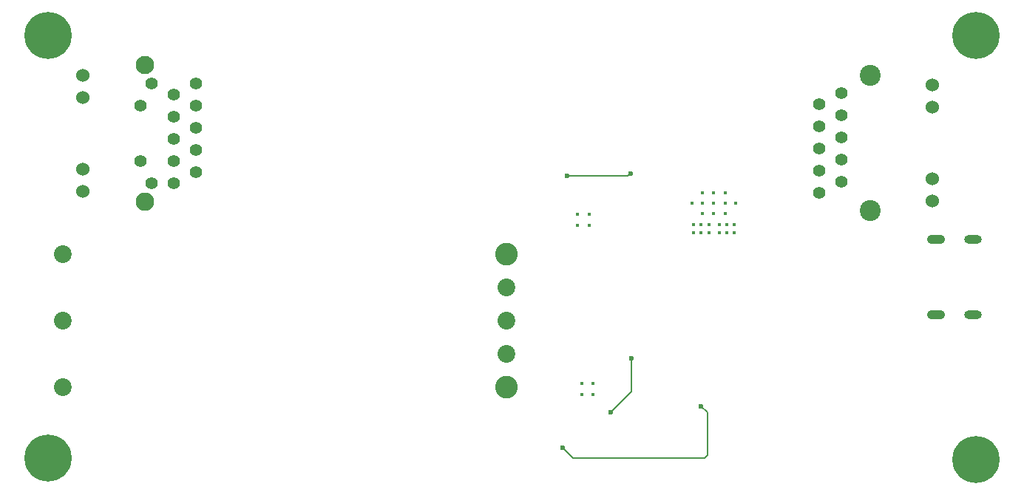
<source format=gbr>
%TF.GenerationSoftware,KiCad,Pcbnew,7.0.11+dfsg-1build4*%
%TF.CreationDate,2024-07-19T16:51:39+02:00*%
%TF.ProjectId,antmicro-poe-to-usbc-pd-adapter,616e746d-6963-4726-9f2d-706f652d746f,rev?*%
%TF.SameCoordinates,Original*%
%TF.FileFunction,Copper,L4,Bot*%
%TF.FilePolarity,Positive*%
%FSLAX46Y46*%
G04 Gerber Fmt 4.6, Leading zero omitted, Abs format (unit mm)*
G04 Created by KiCad (PCBNEW 7.0.11+dfsg-1build4) date 2024-07-19 16:51:39 commit  9a9195e *
%MOMM*%
%LPD*%
G01*
G04 APERTURE LIST*
%TA.AperFunction,ComponentPad*%
%ADD10C,5.400000*%
%TD*%
%TA.AperFunction,ComponentPad*%
%ADD11C,0.400000*%
%TD*%
%TA.AperFunction,ComponentPad*%
%ADD12C,0.450000*%
%TD*%
%TA.AperFunction,ComponentPad*%
%ADD13C,1.408000*%
%TD*%
%TA.AperFunction,ComponentPad*%
%ADD14C,1.530000*%
%TD*%
%TA.AperFunction,ComponentPad*%
%ADD15C,2.400000*%
%TD*%
%TA.AperFunction,ComponentPad*%
%ADD16C,1.397000*%
%TD*%
%TA.AperFunction,ComponentPad*%
%ADD17C,1.524000*%
%TD*%
%TA.AperFunction,ComponentPad*%
%ADD18C,2.100000*%
%TD*%
%TA.AperFunction,ComponentPad*%
%ADD19C,2.108200*%
%TD*%
%TA.AperFunction,ComponentPad*%
%ADD20O,2.100000X1.050000*%
%TD*%
%TA.AperFunction,ComponentPad*%
%ADD21O,2.000000X1.000000*%
%TD*%
%TA.AperFunction,ComponentPad*%
%ADD22C,2.030000*%
%TD*%
%TA.AperFunction,ComponentPad*%
%ADD23C,2.590000*%
%TD*%
%TA.AperFunction,ViaPad*%
%ADD24C,0.600000*%
%TD*%
%TA.AperFunction,Conductor*%
%ADD25C,0.200000*%
%TD*%
%TA.AperFunction,Conductor*%
%ADD26C,0.160000*%
%TD*%
G04 APERTURE END LIST*
D10*
%TO.P,REF\u002A\u002A,1*%
%TO.N,N/C*%
X237800000Y-177000000D03*
%TD*%
D11*
%TO.P,U2,9,GND*%
%TO.N,GND*%
X193940000Y-168240000D03*
X192670000Y-168240000D03*
X193940000Y-169540000D03*
X192670000Y-169540000D03*
%TD*%
D12*
%TO.P,U6,57,DRAIN2*%
%TO.N,/USBPD_output/DRAIN2*%
X205424000Y-150998000D03*
X206301000Y-150998000D03*
X207175000Y-150998000D03*
X205424000Y-150048000D03*
X206301000Y-150048000D03*
X207174000Y-150048000D03*
%TO.P,U6,58,DRAIN1*%
%TO.N,/USBPD_output/DRAIN1*%
X208349000Y-150998000D03*
X209226000Y-150998000D03*
X210101000Y-150998000D03*
X208349000Y-150048000D03*
X209226000Y-150048000D03*
X210100000Y-150048000D03*
%TO.P,U6,59,GND_EP*%
%TO.N,GND*%
X209073000Y-148799000D03*
X206430000Y-148797000D03*
X207751000Y-148797000D03*
X205247000Y-147599000D03*
X206424000Y-147599000D03*
X209073000Y-147599000D03*
X210247000Y-147599000D03*
X207751000Y-147597000D03*
X206424000Y-146399000D03*
X207750000Y-146399000D03*
X209073000Y-146399000D03*
%TD*%
D13*
%TO.P,J2,1,D1+*%
%TO.N,/PoE_supply/MDI0_P*%
X219829000Y-146405000D03*
%TO.P,J2,2,D1-*%
%TO.N,/PoE_supply/MDI0_N*%
X222370000Y-145135000D03*
%TO.P,J2,3,D2+*%
%TO.N,/PoE_supply/MDI1_P*%
X219829000Y-143865000D03*
%TO.P,J2,4,D3+*%
%TO.N,/PoE_supply/MDI2_P*%
X222370000Y-142595000D03*
%TO.P,J2,5,D3-*%
%TO.N,/PoE_supply/MDI2_N*%
X219829000Y-141325000D03*
%TO.P,J2,6,D2-*%
%TO.N,/PoE_supply/MDI1_N*%
X222370000Y-140054000D03*
%TO.P,J2,7,D4+*%
%TO.N,/PoE_supply/MDI3_P*%
X219829000Y-138785000D03*
%TO.P,J2,8,D4-*%
%TO.N,/PoE_supply/MDI3_N*%
X222370000Y-137514000D03*
%TO.P,J2,9,VCC*%
%TO.N,Net-(J2-VCC)*%
X219829000Y-136245000D03*
%TO.P,J2,10,GND*%
%TO.N,Net-(J2-GND)*%
X222370000Y-134975000D03*
D14*
%TO.P,J2,11,LED1_Y+*%
%TO.N,unconnected-(J2-LED1_Y+-Pad11)*%
X232800000Y-147320000D03*
%TO.P,J2,12,LED1_Y-*%
%TO.N,unconnected-(J2-LED1_Y--Pad12)*%
X232800000Y-144780000D03*
%TO.P,J2,13,LED2_G+*%
%TO.N,unconnected-(J2-LED2_G+-Pad13)*%
X232800000Y-136600000D03*
%TO.P,J2,14,LED2_G-*%
%TO.N,unconnected-(J2-LED2_G--Pad14)*%
X232800000Y-134059000D03*
D15*
%TO.P,J2,SH*%
%TO.N,Net-(C36-Pad1)*%
X225671000Y-148435000D03*
X225671000Y-132943000D03*
%TD*%
D10*
%TO.P,REF\u002A\u002A,1*%
%TO.N,N/C*%
X131500000Y-176800000D03*
%TD*%
%TO.P,REF\u002A\u002A,1*%
%TO.N,N/C*%
X237800000Y-128400000D03*
%TD*%
%TO.P,REF\u002A\u002A,1*%
%TO.N,N/C*%
X131500000Y-128400000D03*
%TD*%
D16*
%TO.P,J1,1,P1*%
%TO.N,/PoE_supply/MDI0_P*%
X148434000Y-133903000D03*
%TO.P,J1,2,P2*%
%TO.N,/PoE_supply/MDI0_N*%
X145895000Y-135172000D03*
%TO.P,J1,3,P3*%
%TO.N,/PoE_supply/MDI1_P*%
X148434000Y-136442000D03*
%TO.P,J1,4,P4*%
%TO.N,/PoE_supply/P4*%
X145895000Y-137712000D03*
%TO.P,J1,5,P5*%
X148434000Y-138981000D03*
%TO.P,J1,6,P6*%
%TO.N,/PoE_supply/MDI1_N*%
X145895000Y-140252000D03*
%TO.P,J1,7,P7*%
%TO.N,/PoE_supply/MDI2_P*%
X148434000Y-141521000D03*
%TO.P,J1,8,P8*%
%TO.N,/PoE_supply/MDI2_N*%
X145895000Y-142793000D03*
%TO.P,J1,9,P9*%
%TO.N,/PoE_supply/MDI3_P*%
X148434000Y-144062000D03*
%TO.P,J1,10,P10*%
%TO.N,/PoE_supply/MDI3_N*%
X145895000Y-145332000D03*
%TO.P,J1,11,VC1*%
%TO.N,/PoE_supply/VC1*%
X143356000Y-133903000D03*
%TO.P,J1,12,VC2*%
%TO.N,/PoE_supply/VC2*%
X142095000Y-136442000D03*
%TO.P,J1,13,VC3*%
%TO.N,/PoE_supply/VC3*%
X142095000Y-142793000D03*
%TO.P,J1,14,VC4*%
%TO.N,/PoE_supply/VC4*%
X143364000Y-145332000D03*
D17*
%TO.P,J1,15,LED_GRN+*%
%TO.N,unconnected-(J1-LED_GRN+-Pad15)*%
X135476000Y-132976000D03*
%TO.P,J1,16,LED_GRN-*%
%TO.N,unconnected-(J1-LED_GRN--Pad16)*%
X135476000Y-135517000D03*
%TO.P,J1,17,LED_YEL+*%
%TO.N,unconnected-(J1-LED_YEL+-Pad17)*%
X135476000Y-143717000D03*
%TO.P,J1,18,LED_YEL-*%
%TO.N,unconnected-(J1-LED_YEL--Pad18)*%
X135476000Y-146258000D03*
D18*
%TO.P,J1,19,SHIELD*%
%TO.N,Net-(C35-Pad1)*%
X142584000Y-131767000D03*
D19*
%TO.P,J1,20,SHIELD*%
X142584000Y-147466000D03*
%TD*%
D11*
%TO.P,U7,9,GND*%
%TO.N,GND*%
X192165000Y-148860000D03*
X192165000Y-150130000D03*
X193465000Y-148860000D03*
X193465000Y-150130000D03*
%TD*%
D20*
%TO.P,J3,SH,SH*%
%TO.N,Net-(FB1-Pad1)*%
X233219000Y-160400000D03*
D21*
X237400000Y-160400000D03*
D20*
X233219000Y-151759000D03*
D21*
X237400000Y-151759000D03*
%TD*%
D22*
%TO.P,U4,1,VIN+*%
%TO.N,/PoE_supply/VDD*%
X133220000Y-153480000D03*
%TO.P,U4,2,!ON*%
%TO.N,Net-(Q1-D)*%
X133220000Y-161100000D03*
%TO.P,U4,3,VIN-*%
%TO.N,GNDD*%
X133220000Y-168720000D03*
D23*
%TO.P,U4,4,VOUT-*%
%TO.N,GND*%
X184020000Y-168720000D03*
D22*
%TO.P,U4,5,SENSE-*%
X184020000Y-164910000D03*
%TO.P,U4,6,TRIM*%
%TO.N,Net-(U4-TRIM)*%
X184020000Y-161100000D03*
%TO.P,U4,7,SENSE+*%
%TO.N,+28V*%
X184020000Y-157290000D03*
D23*
%TO.P,U4,8,VOUT+*%
X184020000Y-153480000D03*
%TD*%
D24*
%TO.N,VBUS*%
X190400000Y-175600000D03*
X206300000Y-170900000D03*
%TO.N,Net-(D5-C)*%
X198208334Y-144200000D03*
X190908334Y-144500000D03*
%TO.N,Net-(D4-C)*%
X198300000Y-165400000D03*
X195900000Y-171600000D03*
%TD*%
D25*
%TO.N,VBUS*%
X207000000Y-176500000D02*
X207000000Y-171600000D01*
X191600000Y-176800000D02*
X206700000Y-176800000D01*
X190400000Y-175600000D02*
X191600000Y-176800000D01*
X207000000Y-171600000D02*
X206300000Y-170900000D01*
X206700000Y-176800000D02*
X207000000Y-176500000D01*
%TO.N,Net-(D5-C)*%
X197908334Y-144500000D02*
X198208334Y-144200000D01*
X190908334Y-144500000D02*
X197908334Y-144500000D01*
D26*
%TO.N,Net-(D4-C)*%
X198300000Y-169200000D02*
X195900000Y-171600000D01*
X198300000Y-165400000D02*
X198300000Y-169200000D01*
%TD*%
M02*

</source>
